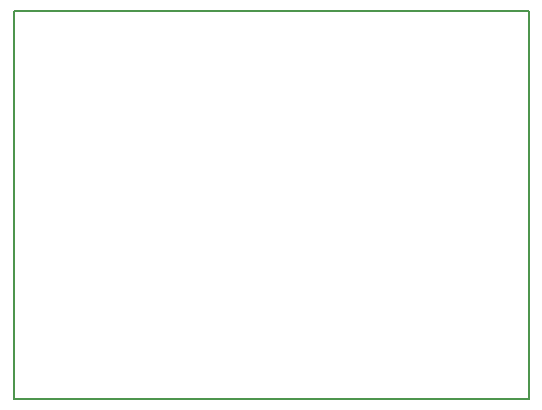
<source format=gbr>
G04 #@! TF.GenerationSoftware,KiCad,Pcbnew,(5.0.1)-4*
G04 #@! TF.CreationDate,2019-03-16T12:44:05-04:00*
G04 #@! TF.ProjectId,Wii reg,576969207265672E6B696361645F7063,rev?*
G04 #@! TF.SameCoordinates,Original*
G04 #@! TF.FileFunction,Profile,NP*
%FSLAX46Y46*%
G04 Gerber Fmt 4.6, Leading zero omitted, Abs format (unit mm)*
G04 Created by KiCad (PCBNEW (5.0.1)-4) date 3/16/2019 12:44:05 PM*
%MOMM*%
%LPD*%
G01*
G04 APERTURE LIST*
%ADD10C,0.150000*%
G04 APERTURE END LIST*
D10*
X187990000Y-117390000D02*
X231570000Y-117390000D01*
X187990000Y-84490000D02*
X187990000Y-117400000D01*
X231570000Y-84490000D02*
X187990000Y-84490000D01*
X231570000Y-117390000D02*
X231570000Y-84490000D01*
M02*

</source>
